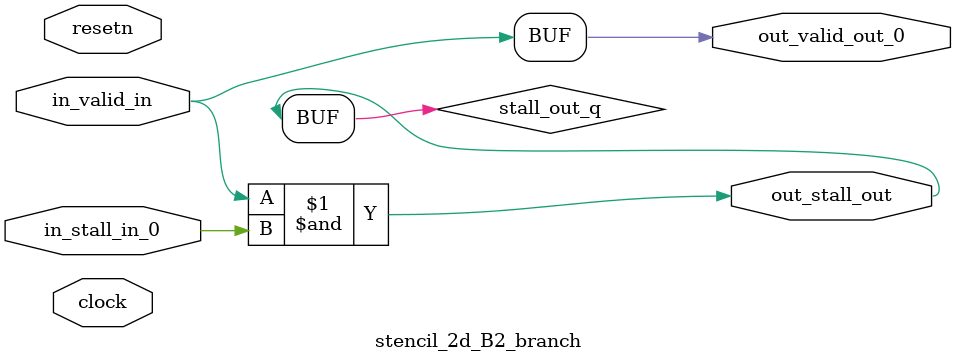
<source format=sv>



(* altera_attribute = "-name AUTO_SHIFT_REGISTER_RECOGNITION OFF; -name MESSAGE_DISABLE 10036; -name MESSAGE_DISABLE 10037; -name MESSAGE_DISABLE 14130; -name MESSAGE_DISABLE 14320; -name MESSAGE_DISABLE 15400; -name MESSAGE_DISABLE 14130; -name MESSAGE_DISABLE 10036; -name MESSAGE_DISABLE 12020; -name MESSAGE_DISABLE 12030; -name MESSAGE_DISABLE 12010; -name MESSAGE_DISABLE 12110; -name MESSAGE_DISABLE 14320; -name MESSAGE_DISABLE 13410; -name MESSAGE_DISABLE 113007; -name MESSAGE_DISABLE 10958" *)
module stencil_2d_B2_branch (
    input wire [0:0] in_stall_in_0,
    input wire [0:0] in_valid_in,
    output wire [0:0] out_stall_out,
    output wire [0:0] out_valid_out_0,
    input wire clock,
    input wire resetn
    );

    wire [0:0] stall_out_q;


    // stall_out(LOGICAL,6)
    assign stall_out_q = in_valid_in & in_stall_in_0;

    // out_stall_out(GPOUT,4)
    assign out_stall_out = stall_out_q;

    // out_valid_out_0(GPOUT,5)
    assign out_valid_out_0 = in_valid_in;

endmodule

</source>
